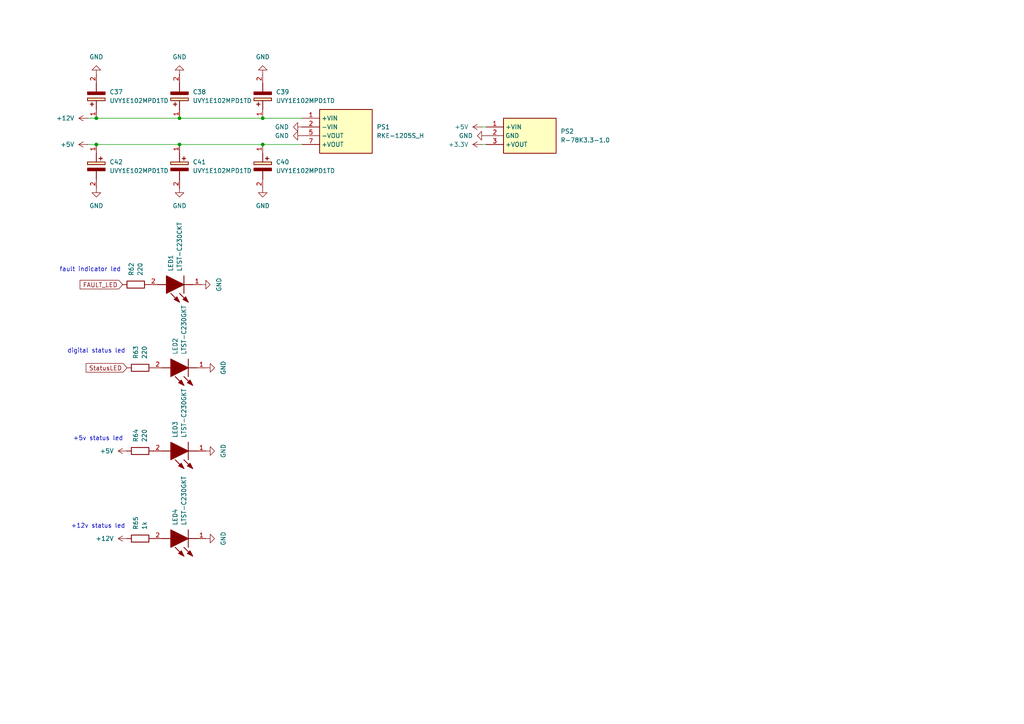
<source format=kicad_sch>
(kicad_sch (version 20250114) (generator "eeschema") (generator_version "9.0")
  (paper "A4")
  (lib_symbols
    (symbol "Device:R" (pin_numbers (hide yes)) (pin_names (offset 0))
      (property "Reference" "R" (at 2.032 0 90))
      (property "Value" "R" (at 0 0 90))
      (symbol "R_0_1"
        (rectangle (start -1.016 -2.54) (end 1.016 2.54) (stroke (width 0.254)))
      )
      (symbol "R_1_1"
        (pin passive line (at 0 3.81 270) (length 1.27) (name "~") (number "1"))
        (pin passive line (at 0 -3.81 90) (length 1.27) (name "~") (number "2"))
      )
    )
    (symbol "InverterCom:LTST-C230CKT" (pin_names (hide yes))
      (property "Reference" "LED" (at 12.7 8.89 0))
      (property "Value" "LTST-C230CKT" (at 12.7 6.35 0))
      (symbol "LTST-C230CKT_1_1"
        (polyline (pts (xy 2.54 0) (xy 5.08 0)) (stroke (width 0.254)))
        (polyline (pts (xy 5.08 2.54) (xy 5.08 -2.54)) (stroke (width 0.254)))
        (polyline (pts (xy 5.08 0) (xy 10.16 2.54) (xy 10.16 -2.54) (xy 5.08 0)) (stroke (width 0.254)) (fill (type outline)))
        (polyline (pts (xy 5.334 4.318) (xy 4.572 3.556) (xy 3.81 5.08) (xy 5.334 4.318)) (stroke (width 0.254)) (fill (type outline)))
        (polyline (pts (xy 6.35 2.54) (xy 3.81 5.08)) (stroke (width 0.254)))
        (polyline (pts (xy 7.874 4.318) (xy 7.112 3.556) (xy 6.35 5.08) (xy 7.874 4.318)) (stroke (width 0.254)) (fill (type outline)))
        (polyline (pts (xy 8.89 2.54) (xy 6.35 5.08)) (stroke (width 0.254)))
        (polyline (pts (xy 10.16 0) (xy 12.7 0)) (stroke (width 0.254)))
        (pin passive line (at 0 0 0) (length 2.54) (name "K") (number "1"))
        (pin passive line (at 15.24 0 180) (length 2.54) (name "A") (number "2"))
      )
    )
    (symbol "InverterCom:LTST-C230GKT" (pin_names (hide yes))
      (property "Reference" "LED" (at 12.7 8.89 0))
      (property "Value" "LTST-C230GKT" (at 12.7 6.35 0))
      (symbol "LTST-C230GKT_1_1"
        (polyline (pts (xy 2.54 0) (xy 5.08 0)) (stroke (width 0.254)))
        (polyline (pts (xy 5.08 2.54) (xy 5.08 -2.54)) (stroke (width 0.254)))
        (polyline (pts (xy 5.08 0) (xy 10.16 2.54) (xy 10.16 -2.54) (xy 5.08 0)) (stroke (width 0.254)) (fill (type outline)))
        (polyline (pts (xy 5.334 4.318) (xy 4.572 3.556) (xy 3.81 5.08) (xy 5.334 4.318)) (stroke (width 0.254)) (fill (type outline)))
        (polyline (pts (xy 6.35 2.54) (xy 3.81 5.08)) (stroke (width 0.254)))
        (polyline (pts (xy 7.874 4.318) (xy 7.112 3.556) (xy 6.35 5.08) (xy 7.874 4.318)) (stroke (width 0.254)) (fill (type outline)))
        (polyline (pts (xy 8.89 2.54) (xy 6.35 5.08)) (stroke (width 0.254)))
        (polyline (pts (xy 10.16 0) (xy 12.7 0)) (stroke (width 0.254)))
        (pin passive line (at 0 0 0) (length 2.54) (name "K") (number "1"))
        (pin passive line (at 15.24 0 180) (length 2.54) (name "A") (number "2"))
      )
    )
    (symbol "InverterCom:R-78K3.3-1.0"
      (property "Reference" "PS" (at 21.59 7.62 0))
      (property "Value" "R-78K3.3-1.0" (at 21.59 5.08 0))
      (symbol "R-78K3.3-1.0_1_1"
        (rectangle (start 5.08 2.54) (end 20.32 -7.62) (stroke (width 0.254)) (fill (type background)))
        (pin passive line (at 0 0 0) (length 5.08) (name "+VIN") (number "1"))
        (pin passive line (at 0 -2.54 0) (length 5.08) (name "GND") (number "2"))
        (pin passive line (at 0 -5.08 0) (length 5.08) (name "+VOUT") (number "3"))
      )
    )
    (symbol "InverterCom:RKE-1205S_H"
      (property "Reference" "PS" (at 21.59 7.62 0))
      (property "Value" "RKE-1205S_H" (at 21.59 5.08 0))
      (symbol "RKE-1205S_H_1_1"
        (rectangle (start 5.08 2.54) (end 20.32 -10.16) (stroke (width 0.254)) (fill (type background)))
        (pin passive line (at 0 0 0) (length 5.08) (name "+VIN") (number "1"))
        (pin passive line (at 0 -2.54 0) (length 5.08) (name "-VIN") (number "2"))
        (pin passive line (at 0 -5.08 0) (length 5.08) (name "-VOUT") (number "5"))
        (pin passive line (at 0 -7.62 0) (length 5.08) (name "+VOUT") (number "7"))
      )
    )
    (symbol "InverterCom:UVY1E102MPD1TD" (pin_names (hide yes))
      (property "Reference" "C" (at 8.89 6.35 0))
      (property "Value" "UVY1E102MPD1TD" (at 8.89 3.81 0))
      (symbol "UVY1E102MPD1TD_1_1"
        (polyline (pts (xy 2.54 0) (xy 5.08 0)) (stroke (width 0.254)))
        (polyline (pts (xy 4.064 1.778) (xy 4.064 0.762)) (stroke (width 0.254)))
        (polyline (pts (xy 4.572 1.27) (xy 3.556 1.27)) (stroke (width 0.254)))
        (rectangle (start 5.08 2.54) (end 5.842 -2.54) (stroke (width 0.254)) (fill (type background)))
        (polyline (pts (xy 7.62 2.54) (xy 7.62 -2.54) (xy 6.858 -2.54) (xy 6.858 2.54) (xy 7.62 2.54)) (stroke (width 0.254)) (fill (type outline)))
        (polyline (pts (xy 7.62 0) (xy 10.16 0)) (stroke (width 0.254)))
        (pin passive line (at 0 0 0) (length 2.54) (name "+") (number "1"))
        (pin passive line (at 12.7 0 180) (length 2.54) (name "-") (number "2"))
      )
    )
    (symbol "power:+12V" (power) (pin_numbers (hide yes)) (pin_names (offset 0) (hide yes))
      (property "Value" "+12V" (at 0 3.556 0))
      (symbol "+12V_0_1"
        (polyline (pts (xy -0.762 1.27) (xy 0 2.54)))
        (polyline (pts (xy 0 2.54) (xy 0.762 1.27)))
        (polyline (pts (xy 0 0) (xy 0 2.54)))
      )
      (symbol "+12V_1_1"
        (pin power_in line (at 0 0 90) (length 0) (name "~") (number "1"))
      )
    )
    (symbol "power:+3.3V" (power) (pin_numbers (hide yes)) (pin_names (offset 0) (hide yes))
      (property "Value" "+3.3V" (at 0 3.556 0))
      (symbol "+3.3V_0_1"
        (polyline (pts (xy -0.762 1.27) (xy 0 2.54)))
        (polyline (pts (xy 0 2.54) (xy 0.762 1.27)))
        (polyline (pts (xy 0 0) (xy 0 2.54)))
      )
      (symbol "+3.3V_1_1"
        (pin power_in line (at 0 0 90) (length 0) (name "~") (number "1"))
      )
    )
    (symbol "power:+5V" (power) (pin_numbers (hide yes)) (pin_names (offset 0) (hide yes))
      (property "Value" "+5V" (at 0 3.556 0))
      (symbol "+5V_0_1"
        (polyline (pts (xy -0.762 1.27) (xy 0 2.54)))
        (polyline (pts (xy 0 2.54) (xy 0.762 1.27)))
        (polyline (pts (xy 0 0) (xy 0 2.54)))
      )
      (symbol "+5V_1_1"
        (pin power_in line (at 0 0 90) (length 0) (name "~") (number "1"))
      )
    )
    (symbol "power:GND" (power) (pin_numbers (hide yes)) (pin_names (offset 0) (hide yes))
      (property "Value" "GND" (at 0 -3.81 0))
      (symbol "GND_0_1"
        (polyline (pts (xy 0 0) (xy 0 -1.27) (xy 1.27 -1.27) (xy 0 -2.54) (xy -1.27 -1.27) (xy 0 -1.27)))
      )
      (symbol "GND_1_1"
        (pin power_in line (at 0 0 270) (length 0) (name "~") (number "1"))
      )
    )
  )
  (text "+12v status led" (at 28.448 152.654 0) (effects (font (size 1.27 1.27))))
  (text "+5v status led" (at 28.448 127.254 0) (effects (font (size 1.27 1.27))))
  (text "fault indicator led" (at 26.162 78.232 0) (effects (font (size 1.27 1.27))))
  (text "digital status led" (at 27.94 101.854 0) (effects (font (size 1.27 1.27))))
  (junction (at 27.94 41.91))
  (junction (at 76.2 41.91))
  (junction (at 52.07 41.91))
  (junction (at 27.94 34.29))
  (junction (at 52.07 34.29))
  (junction (at 76.2 34.29))
  (wire (pts (xy 52.07 41.91) (xy 76.2 41.91)))
  (wire (pts (xy 27.94 34.29) (xy 52.07 34.29)))
  (wire (pts (xy 25.4 41.91) (xy 27.94 41.91)))
  (wire (pts (xy 139.7 36.83) (xy 140.97 36.83)))
  (wire (pts (xy 27.94 41.91) (xy 52.07 41.91)))
  (wire (pts (xy 52.07 34.29) (xy 76.2 34.29)))
  (wire (pts (xy 76.2 34.29) (xy 87.63 34.29)))
  (wire (pts (xy 25.4 34.29) (xy 27.94 34.29)))
  (wire (pts (xy 76.2 41.91) (xy 87.63 41.91)))
  (wire (pts (xy 139.7 41.91) (xy 140.97 41.91)))
  (global_label "StatusLED" (shape input) (at 36.83 106.68 180) (property "Intersheetrefs" "${INTERSHEET_REFS}" (effects (hide yes))))
  (global_label "FAULT_LED" (shape input) (at 35.56 82.55 180) (property "Intersheetrefs" "${INTERSHEET_REFS}" (effects (hide yes))))
  (symbol (lib_id "InverterCom:UVY1E102MPD1TD") (at 76.2 41.91 270) (unit 1)
    (property "Reference" "C40" (at 80.01 46.9899 90) (effects (justify left)))
    (property "Value" "UVY1E102MPD1TD" (at 80.01 49.5299 90) (effects (justify left)))
    (property "Footprint" "InverterCom:CAPPRD500W60D1025H1750" (effects (hide yes)))
    (property "Datasheet" "https://componentsearchengine.com/Datasheets/5/UVY1E102MPD1TD.pdf" (effects (hide yes)))
    (property "Description" "Cap Aluminum Lytic 1000uF 25V 20% (10 X 16mm) Radial 5mm 610mA 1000h 105C Ammo" (effects (hide yes)))
    (property "Height" "17.5" (effects (hide yes)))
    (property "Mouser Part Number" "647-UVY1E102MPD1TD" (effects (hide yes)))
    (property "Mouser Price/Stock" "https://www.mouser.co.uk/ProductDetail/Nichicon/UVY1E102MPD1TD?qs=gtReTMvImqniEnVqgrfK9Q%3D%3D" (effects (hide yes)))
    (property "Manufacturer_Name" "Nichicon" (effects (hide yes)))
    (property "Manufacturer_Part_Number" "UVY1E102MPD1TD" (effects (hide yes)))
  )
  (symbol (lib_id "InverterCom:LTST-C230GKT") (at 59.69 130.81 180) (unit 1)
    (property "Reference" "LED3" (at 50.7999 127 90) (effects (justify right)))
    (property "Value" "LTST-C230GKT" (at 53.3399 127 90) (effects (justify right)))
    (property "Footprint" "InverterCom:LEDC3216X120N" (effects (hide yes)))
    (property "Description" "Lite-On LTST-C230GKT Green LED, 569 nm, 3016 (1206), Rectangle Lens SMD Package" (effects (hide yes)))
    (property "Height" "1.2" (effects (hide yes)))
    (property "Mouser Part Number" "859-LTST-C230GKT" (effects (hide yes)))
    (property "Mouser Price/Stock" "https://www.mouser.co.uk/ProductDetail/Lite-On/LTST-C230GKT?qs=7ZnIBiPc9DrbEstVFO1DAg%3D%3D" (effects (hide yes)))
    (property "Manufacturer_Name" "Lite-On" (effects (hide yes)))
    (property "Manufacturer_Part_Number" "LTST-C230GKT" (effects (hide yes)))
  )
  (symbol (lib_id "InverterCom:UVY1E102MPD1TD") (at 27.94 34.29 90) (unit 1)
    (property "Reference" "C37" (at 31.75 26.6699 90) (effects (justify right)))
    (property "Value" "UVY1E102MPD1TD" (at 31.75 29.2099 90) (effects (justify right)))
    (property "Footprint" "InverterCom:CAPPRD500W60D1025H1750" (effects (hide yes)))
    (property "Datasheet" "https://componentsearchengine.com/Datasheets/5/UVY1E102MPD1TD.pdf" (effects (hide yes)))
    (property "Description" "Cap Aluminum Lytic 1000uF 25V 20% (10 X 16mm) Radial 5mm 610mA 1000h 105C Ammo" (effects (hide yes)))
    (property "Height" "17.5" (effects (hide yes)))
    (property "Mouser Part Number" "647-UVY1E102MPD1TD" (effects (hide yes)))
    (property "Mouser Price/Stock" "https://www.mouser.co.uk/ProductDetail/Nichicon/UVY1E102MPD1TD?qs=gtReTMvImqniEnVqgrfK9Q%3D%3D" (effects (hide yes)))
    (property "Manufacturer_Name" "Nichicon" (effects (hide yes)))
    (property "Manufacturer_Part_Number" "UVY1E102MPD1TD" (effects (hide yes)))
  )
  (symbol (lib_id "InverterCom:R-78K3.3-1.0") (at 140.97 36.83 0) (unit 1)
    (property "Reference" "PS2" (at 162.56 38.0999 0) (effects (justify left)))
    (property "Value" "R-78K3.3-1.0" (at 162.56 40.6399 0) (effects (justify left)))
    (property "Footprint" "InverterCom:R78K3310" (effects (hide yes)))
    (property "Datasheet" "https://recom-power.com/pdf/Innoline/R-78K-1.0.pdf" (effects (hide yes)))
    (property "Description" "1.0 Amp SIP3 Single Output" (effects (hide yes)))
    (property "Height" "10.7" (effects (hide yes)))
    (property "Mouser Part Number" "919-R-78K3.3-1.0" (effects (hide yes)))
    (property "Mouser Price/Stock" "https://www.mouser.co.uk/ProductDetail/RECOM-Power/R-78K3.3-1.0?qs=Jm2GQyTW%2FbgHKVxUJQMQlQ%3D%3D" (effects (hide yes)))
    (property "Manufacturer_Name" "RECOM Power" (effects (hide yes)))
    (property "Manufacturer_Part_Number" "R-78K3.3-1.0" (effects (hide yes)))
  )
  (symbol (lib_id "InverterCom:UVY1E102MPD1TD") (at 27.94 41.91 270) (unit 1)
    (property "Reference" "C42" (at 31.75 46.9899 90) (effects (justify left)))
    (property "Value" "UVY1E102MPD1TD" (at 31.75 49.5299 90) (effects (justify left)))
    (property "Footprint" "InverterCom:CAPPRD500W60D1025H1750" (effects (hide yes)))
    (property "Datasheet" "https://componentsearchengine.com/Datasheets/5/UVY1E102MPD1TD.pdf" (effects (hide yes)))
    (property "Description" "Cap Aluminum Lytic 1000uF 25V 20% (10 X 16mm) Radial 5mm 610mA 1000h 105C Ammo" (effects (hide yes)))
    (property "Height" "17.5" (effects (hide yes)))
    (property "Mouser Part Number" "647-UVY1E102MPD1TD" (effects (hide yes)))
    (property "Mouser Price/Stock" "https://www.mouser.co.uk/ProductDetail/Nichicon/UVY1E102MPD1TD?qs=gtReTMvImqniEnVqgrfK9Q%3D%3D" (effects (hide yes)))
    (property "Manufacturer_Name" "Nichicon" (effects (hide yes)))
    (property "Manufacturer_Part_Number" "UVY1E102MPD1TD" (effects (hide yes)))
  )
  (symbol (lib_id "InverterCom:RKE-1205S_H") (at 87.63 34.29 0) (unit 1)
    (property "Reference" "PS1" (at 109.22 36.8299 0) (effects (justify left)))
    (property "Value" "RKE-1205S_H" (at 109.22 39.3699 0) (effects (justify left)))
    (property "Footprint" "InverterCom:RKE1205SH" (effects (hide yes)))
    (property "Datasheet" "https://www.recom-power.com/pdf/Econoline/RKE.pdf" (effects (hide yes)))
    (property "Description" "Recom Through Hole 1W Isolated DC-DC Converter, Vin Maximum of 12 V dc, I/O isolation 4kV dc, Vout 5V dc" (effects (hide yes)))
    (property "Height" "10.7" (effects (hide yes)))
    (property "Mouser Part Number" "919-RKE-1205S/H" (effects (hide yes)))
    (property "Mouser Price/Stock" "https://www.mouser.co.uk/ProductDetail/RECOM-Power/RKE-1205S-H?qs=IFMNCcK%2FBZwj8OgeraTUUA%3D%3D" (effects (hide yes)))
    (property "Manufacturer_Name" "RECOM Power" (effects (hide yes)))
    (property "Manufacturer_Part_Number" "RKE-1205S/H" (effects (hide yes)))
  )
  (symbol (lib_id "power:+5V") (at 25.4 41.91 90) (unit 1)
    (property "Reference" "#PWR016" (effects (hide yes)))
    (property "Value" "+5V" (at 21.59 41.9099 90) (effects (justify left)))
    (property "Description" "Power symbol creates a global label with name \"+5V\"" (effects (hide yes)))
  )
  (symbol (lib_id "Device:R") (at 40.64 130.81 90) (unit 1)
    (property "Reference" "R64" (at 39.3699 128.27 0) (effects (justify left)))
    (property "Value" "220" (at 41.9099 128.27 0) (effects (justify left)))
    (property "Footprint" "Resistor_SMD:R_1210_3225Metric_Pad1.30x2.65mm_HandSolder" (effects (hide yes)))
    (property "Description" "Resistor" (effects (hide yes)))
  )
  (symbol (lib_id "power:GND") (at 27.94 54.61 0) (unit 1)
    (property "Reference" "#PWR011" (effects (hide yes)))
    (property "Value" "GND" (at 27.94 59.69 0))
    (property "Description" "Power symbol creates a global label with name \"GND\" , ground" (effects (hide yes)))
  )
  (symbol (lib_id "power:+3.3V") (at 139.7 41.91 90) (unit 1)
    (property "Reference" "#PWR01" (effects (hide yes)))
    (property "Value" "+3.3V" (at 135.89 41.9099 90) (effects (justify left)))
    (property "Description" "Power symbol creates a global label with name \"+3.3V\"" (effects (hide yes)))
  )
  (symbol (lib_id "InverterCom:LTST-C230GKT") (at 59.69 156.21 180) (unit 1)
    (property "Reference" "LED4" (at 50.7999 152.4 90) (effects (justify right)))
    (property "Value" "LTST-C230GKT" (at 53.3399 152.4 90) (effects (justify right)))
    (property "Footprint" "InverterCom:LEDC3216X120N" (effects (hide yes)))
    (property "Description" "Lite-On LTST-C230GKT Green LED, 569 nm, 3016 (1206), Rectangle Lens SMD Package" (effects (hide yes)))
    (property "Height" "1.2" (effects (hide yes)))
    (property "Mouser Part Number" "859-LTST-C230GKT" (effects (hide yes)))
    (property "Mouser Price/Stock" "https://www.mouser.co.uk/ProductDetail/Lite-On/LTST-C230GKT?qs=7ZnIBiPc9DrbEstVFO1DAg%3D%3D" (effects (hide yes)))
    (property "Manufacturer_Name" "Lite-On" (effects (hide yes)))
    (property "Manufacturer_Part_Number" "LTST-C230GKT" (effects (hide yes)))
  )
  (symbol (lib_id "power:GND") (at 59.69 130.81 90) (unit 1)
    (property "Reference" "#PWR093" (effects (hide yes)))
    (property "Value" "GND" (at 64.77 130.81 0))
    (property "Description" "Power symbol creates a global label with name \"GND\" , ground" (effects (hide yes)))
  )
  (symbol (lib_id "power:GND") (at 59.69 106.68 90) (unit 1)
    (property "Reference" "#PWR092" (effects (hide yes)))
    (property "Value" "GND" (at 64.77 106.68 0))
    (property "Description" "Power symbol creates a global label with name \"GND\" , ground" (effects (hide yes)))
  )
  (symbol (lib_id "InverterCom:LTST-C230CKT") (at 58.42 82.55 180) (unit 1)
    (property "Reference" "LED1" (at 49.5299 78.74 90) (effects (justify right)))
    (property "Value" "LTST-C230CKT" (at 52.0699 78.74 90) (effects (justify right)))
    (property "Footprint" "InverterCom:LEDC3216X120N" (effects (hide yes)))
    (property "Description" "Standard LEDs - SMD Red Clear 638nm" (effects (hide yes)))
    (property "Height" "1.2" (effects (hide yes)))
    (property "Mouser Part Number" "859-LTST-C230CKT" (effects (hide yes)))
    (property "Mouser Price/Stock" "https://www.mouser.co.uk/ProductDetail/Lite-On/LTST-C230CKT?qs=Ajas4iFhtucdJAOTHdHdqw%3D%3D" (effects (hide yes)))
    (property "Manufacturer_Name" "Lite-On" (effects (hide yes)))
    (property "Manufacturer_Part_Number" "LTST-C230CKT" (effects (hide yes)))
  )
  (symbol (lib_id "Device:R") (at 40.64 106.68 90) (unit 1)
    (property "Reference" "R63" (at 39.3699 104.14 0) (effects (justify left)))
    (property "Value" "220" (at 41.9099 104.14 0) (effects (justify left)))
    (property "Footprint" "Resistor_SMD:R_1210_3225Metric_Pad1.30x2.65mm_HandSolder" (effects (hide yes)))
    (property "Description" "Resistor" (effects (hide yes)))
  )
  (symbol (lib_id "power:GND") (at 76.2 21.59 180) (unit 1)
    (property "Reference" "#PWR014" (effects (hide yes)))
    (property "Value" "GND" (at 76.2 16.51 0))
    (property "Description" "Power symbol creates a global label with name \"GND\" , ground" (effects (hide yes)))
  )
  (symbol (lib_id "Device:R") (at 39.37 82.55 90) (unit 1)
    (property "Reference" "R62" (at 38.0999 80.01 0) (effects (justify left)))
    (property "Value" "220" (at 40.6399 80.01 0) (effects (justify left)))
    (property "Footprint" "Resistor_SMD:R_1210_3225Metric_Pad1.30x2.65mm_HandSolder" (effects (hide yes)))
    (property "Description" "Resistor" (effects (hide yes)))
  )
  (symbol (lib_id "power:GND") (at 76.2 54.61 0) (unit 1)
    (property "Reference" "#PWR09" (effects (hide yes)))
    (property "Value" "GND" (at 76.2 59.69 0))
    (property "Description" "Power symbol creates a global label with name \"GND\" , ground" (effects (hide yes)))
  )
  (symbol (lib_id "power:+12V") (at 25.4 34.29 90) (unit 1)
    (property "Reference" "#PWR096" (effects (hide yes)))
    (property "Value" "+12V" (at 21.59 34.2899 90) (effects (justify left)))
    (property "Description" "Power symbol creates a global label with name \"+12V\"" (effects (hide yes)))
  )
  (symbol (lib_id "power:+12V") (at 36.83 156.21 90) (unit 1)
    (property "Reference" "#PWR0110" (effects (hide yes)))
    (property "Value" "+12V" (at 33.02 156.2099 90) (effects (justify left)))
    (property "Description" "Power symbol creates a global label with name \"+12V\"" (effects (hide yes)))
  )
  (symbol (lib_id "InverterCom:LTST-C230GKT") (at 59.69 106.68 180) (unit 1)
    (property "Reference" "LED2" (at 50.7999 102.87 90) (effects (justify right)))
    (property "Value" "LTST-C230GKT" (at 53.3399 102.87 90) (effects (justify right)))
    (property "Footprint" "InverterCom:LEDC3216X120N" (effects (hide yes)))
    (property "Description" "Lite-On LTST-C230GKT Green LED, 569 nm, 3016 (1206), Rectangle Lens SMD Package" (effects (hide yes)))
    (property "Height" "1.2" (effects (hide yes)))
    (property "Mouser Part Number" "859-LTST-C230GKT" (effects (hide yes)))
    (property "Mouser Price/Stock" "https://www.mouser.co.uk/ProductDetail/Lite-On/LTST-C230GKT?qs=7ZnIBiPc9DrbEstVFO1DAg%3D%3D" (effects (hide yes)))
    (property "Manufacturer_Name" "Lite-On" (effects (hide yes)))
    (property "Manufacturer_Part_Number" "LTST-C230GKT" (effects (hide yes)))
  )
  (symbol (lib_id "power:GND") (at 59.69 156.21 90) (unit 1)
    (property "Reference" "#PWR094" (effects (hide yes)))
    (property "Value" "GND" (at 64.77 156.21 0))
    (property "Description" "Power symbol creates a global label with name \"GND\" , ground" (effects (hide yes)))
  )
  (symbol (lib_id "InverterCom:UVY1E102MPD1TD") (at 52.07 41.91 270) (unit 1)
    (property "Reference" "C41" (at 55.88 46.9899 90) (effects (justify left)))
    (property "Value" "UVY1E102MPD1TD" (at 55.88 49.5299 90) (effects (justify left)))
    (property "Footprint" "InverterCom:CAPPRD500W60D1025H1750" (effects (hide yes)))
    (property "Datasheet" "https://componentsearchengine.com/Datasheets/5/UVY1E102MPD1TD.pdf" (effects (hide yes)))
    (property "Description" "Cap Aluminum Lytic 1000uF 25V 20% (10 X 16mm) Radial 5mm 610mA 1000h 105C Ammo" (effects (hide yes)))
    (property "Height" "17.5" (effects (hide yes)))
    (property "Mouser Part Number" "647-UVY1E102MPD1TD" (effects (hide yes)))
    (property "Mouser Price/Stock" "https://www.mouser.co.uk/ProductDetail/Nichicon/UVY1E102MPD1TD?qs=gtReTMvImqniEnVqgrfK9Q%3D%3D" (effects (hide yes)))
    (property "Manufacturer_Name" "Nichicon" (effects (hide yes)))
    (property "Manufacturer_Part_Number" "UVY1E102MPD1TD" (effects (hide yes)))
  )
  (symbol (lib_id "InverterCom:UVY1E102MPD1TD") (at 52.07 34.29 90) (unit 1)
    (property "Reference" "C38" (at 55.88 26.6699 90) (effects (justify right)))
    (property "Value" "UVY1E102MPD1TD" (at 55.88 29.2099 90) (effects (justify right)))
    (property "Footprint" "InverterCom:CAPPRD500W60D1025H1750" (effects (hide yes)))
    (property "Datasheet" "https://componentsearchengine.com/Datasheets/5/UVY1E102MPD1TD.pdf" (effects (hide yes)))
    (property "Description" "Cap Aluminum Lytic 1000uF 25V 20% (10 X 16mm) Radial 5mm 610mA 1000h 105C Ammo" (effects (hide yes)))
    (property "Height" "17.5" (effects (hide yes)))
    (property "Mouser Part Number" "647-UVY1E102MPD1TD" (effects (hide yes)))
    (property "Mouser Price/Stock" "https://www.mouser.co.uk/ProductDetail/Nichicon/UVY1E102MPD1TD?qs=gtReTMvImqniEnVqgrfK9Q%3D%3D" (effects (hide yes)))
    (property "Manufacturer_Name" "Nichicon" (effects (hide yes)))
    (property "Manufacturer_Part_Number" "UVY1E102MPD1TD" (effects (hide yes)))
  )
  (symbol (lib_id "Device:R") (at 40.64 156.21 90) (unit 1)
    (property "Reference" "R65" (at 39.3699 153.67 0) (effects (justify left)))
    (property "Value" "1k" (at 41.9099 153.67 0) (effects (justify left)))
    (property "Footprint" "Resistor_SMD:R_1210_3225Metric_Pad1.30x2.65mm_HandSolder" (effects (hide yes)))
    (property "Description" "Resistor" (effects (hide yes)))
  )
  (symbol (lib_id "power:GND") (at 87.63 36.83 270) (unit 1)
    (property "Reference" "#PWR07" (effects (hide yes)))
    (property "Value" "GND" (at 83.82 36.8299 90) (effects (justify right)))
    (property "Description" "Power symbol creates a global label with name \"GND\" , ground" (effects (hide yes)))
  )
  (symbol (lib_id "power:GND") (at 58.42 82.55 90) (unit 1)
    (property "Reference" "#PWR091" (effects (hide yes)))
    (property "Value" "GND" (at 63.5 82.55 0))
    (property "Description" "Power symbol creates a global label with name \"GND\" , ground" (effects (hide yes)))
  )
  (symbol (lib_id "power:GND") (at 140.97 39.37 270) (unit 1)
    (property "Reference" "#PWR019" (effects (hide yes)))
    (property "Value" "GND" (at 137.16 39.3699 90) (effects (justify right)))
    (property "Description" "Power symbol creates a global label with name \"GND\" , ground" (effects (hide yes)))
  )
  (symbol (lib_id "power:+5V") (at 139.7 36.83 90) (unit 1)
    (property "Reference" "#PWR018" (effects (hide yes)))
    (property "Value" "+5V" (at 135.89 36.8299 90) (effects (justify left)))
    (property "Description" "Power symbol creates a global label with name \"+5V\"" (effects (hide yes)))
  )
  (symbol (lib_id "power:+5V") (at 36.83 130.81 90) (unit 1)
    (property "Reference" "#PWR056" (effects (hide yes)))
    (property "Value" "+5V" (at 33.02 130.8099 90) (effects (justify left)))
    (property "Description" "Power symbol creates a global label with name \"+5V\"" (effects (hide yes)))
  )
  (symbol (lib_id "power:GND") (at 87.63 39.37 270) (unit 1)
    (property "Reference" "#PWR08" (effects (hide yes)))
    (property "Value" "GND" (at 83.82 39.3699 90) (effects (justify right)))
    (property "Description" "Power symbol creates a global label with name \"GND\" , ground" (effects (hide yes)))
  )
  (symbol (lib_id "power:GND") (at 52.07 54.61 0) (unit 1)
    (property "Reference" "#PWR010" (effects (hide yes)))
    (property "Value" "GND" (at 52.07 59.69 0))
    (property "Description" "Power symbol creates a global label with name \"GND\" , ground" (effects (hide yes)))
  )
  (symbol (lib_id "power:GND") (at 52.07 21.59 180) (unit 1)
    (property "Reference" "#PWR013" (effects (hide yes)))
    (property "Value" "GND" (at 52.07 16.51 0))
    (property "Description" "Power symbol creates a global label with name \"GND\" , ground" (effects (hide yes)))
  )
  (symbol (lib_id "InverterCom:UVY1E102MPD1TD") (at 76.2 34.29 90) (unit 1)
    (property "Reference" "C39" (at 80.01 26.6699 90) (effects (justify right)))
    (property "Value" "UVY1E102MPD1TD" (at 80.01 29.2099 90) (effects (justify right)))
    (property "Footprint" "InverterCom:CAPPRD500W60D1025H1750" (effects (hide yes)))
    (property "Datasheet" "https://componentsearchengine.com/Datasheets/5/UVY1E102MPD1TD.pdf" (effects (hide yes)))
    (property "Description" "Cap Aluminum Lytic 1000uF 25V 20% (10 X 16mm) Radial 5mm 610mA 1000h 105C Ammo" (effects (hide yes)))
    (property "Height" "17.5" (effects (hide yes)))
    (property "Mouser Part Number" "647-UVY1E102MPD1TD" (effects (hide yes)))
    (property "Mouser Price/Stock" "https://www.mouser.co.uk/ProductDetail/Nichicon/UVY1E102MPD1TD?qs=gtReTMvImqniEnVqgrfK9Q%3D%3D" (effects (hide yes)))
    (property "Manufacturer_Name" "Nichicon" (effects (hide yes)))
    (property "Manufacturer_Part_Number" "UVY1E102MPD1TD" (effects (hide yes)))
  )
  (symbol (lib_id "power:GND") (at 27.94 21.59 180) (unit 1)
    (property "Reference" "#PWR012" (effects (hide yes)))
    (property "Value" "GND" (at 27.94 16.51 0))
    (property "Description" "Power symbol creates a global label with name \"GND\" , ground" (effects (hide yes)))
  )
)
</source>
